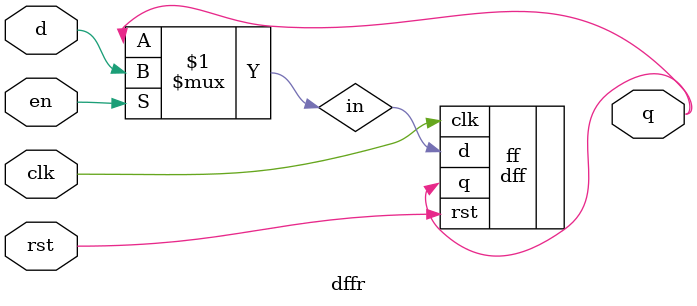
<source format=v>
module dffr (q, d, en, clk, rst);
    input d, en, clk, rst;
    output q;

    wire in;
    
    assign in = (en) ? d : q;

    dff ff(.q(q), .d(in), .clk(clk), .rst(rst));
endmodule
</source>
